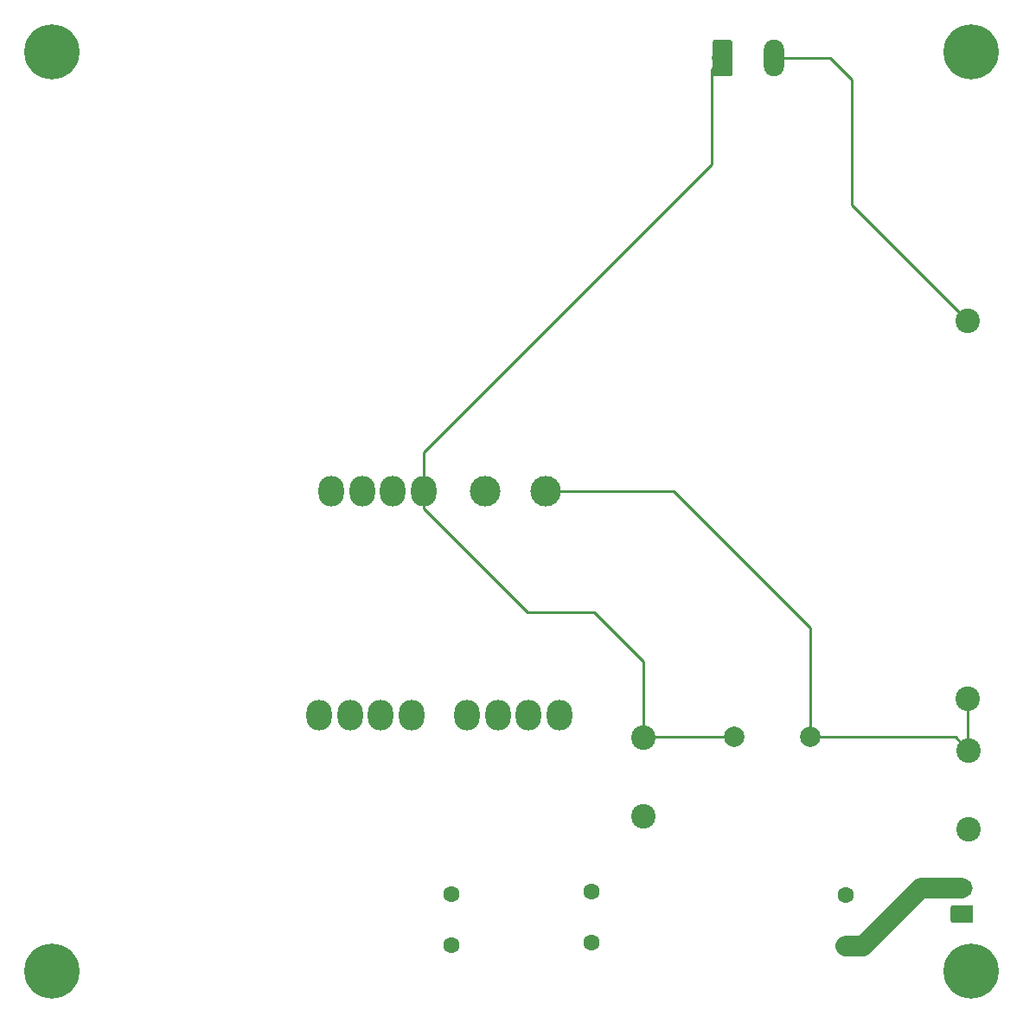
<source format=gbr>
G04 #@! TF.GenerationSoftware,KiCad,Pcbnew,(5.1.0-1152-gc9ccd8a64)*
G04 #@! TF.CreationDate,2019-08-07T20:54:45-04:00*
G04 #@! TF.ProjectId,UPS,5550532e-6b69-4636-9164-5f7063625858,rev?*
G04 #@! TF.SameCoordinates,Original*
G04 #@! TF.FileFunction,Copper,L2,Bot*
G04 #@! TF.FilePolarity,Positive*
%FSLAX46Y46*%
G04 Gerber Fmt 4.6, Leading zero omitted, Abs format (unit mm)*
G04 Created by KiCad (PCBNEW (5.1.0-1152-gc9ccd8a64)) date 2019-08-07 20:54:45*
%MOMM*%
%LPD*%
G04 APERTURE LIST*
%ADD10O,2.000000X3.600000*%
%ADD11C,0.100000*%
%ADD12C,2.000000*%
%ADD13C,2.400000*%
%ADD14C,1.600000*%
%ADD15O,2.200000X1.740000*%
%ADD16C,1.740000*%
%ADD17O,2.500000X3.000000*%
%ADD18C,3.000000*%
%ADD19C,0.800000*%
%ADD20C,5.400000*%
%ADD21C,2.000000*%
%ADD22C,0.250000*%
G04 APERTURE END LIST*
D10*
X75650000Y-5600000D03*
D11*
G36*
X71495671Y-3819030D02*
G01*
X71576777Y-3873223D01*
X71630970Y-3954329D01*
X71650000Y-4050000D01*
X71650000Y-7150000D01*
X71630970Y-7245671D01*
X71576777Y-7326777D01*
X71495671Y-7380970D01*
X71400000Y-7400000D01*
X69900000Y-7400000D01*
X69804329Y-7380970D01*
X69723223Y-7326777D01*
X69669030Y-7245671D01*
X69650000Y-7150000D01*
X69650000Y-4050000D01*
X69669030Y-3954329D01*
X69723223Y-3873223D01*
X69804329Y-3819030D01*
X69900000Y-3800000D01*
X71400000Y-3800000D01*
X71495671Y-3819030D01*
X71495671Y-3819030D01*
G37*
D12*
X70650000Y-5600000D03*
X71773400Y-72085200D03*
X79273400Y-72085200D03*
D13*
X94640400Y-68351400D03*
X94640400Y-31351400D03*
X94767400Y-73403000D03*
X94767400Y-81153000D03*
X62890400Y-72133000D03*
X62890400Y-79883000D03*
D14*
X57785000Y-92249000D03*
X57785000Y-87249000D03*
X82702400Y-92528400D03*
X82702400Y-87528400D03*
X44094400Y-92452200D03*
X44094400Y-87452200D03*
D15*
X94100000Y-86860000D03*
D11*
G36*
X95045671Y-88549030D02*
G01*
X95126777Y-88603223D01*
X95180970Y-88684329D01*
X95200000Y-88779999D01*
X95200000Y-90020001D01*
X95180970Y-90115671D01*
X95126777Y-90196777D01*
X95045671Y-90250970D01*
X94950001Y-90270000D01*
X93249999Y-90270000D01*
X93154329Y-90250970D01*
X93073223Y-90196777D01*
X93019030Y-90115671D01*
X93000000Y-90020001D01*
X93000000Y-88779999D01*
X93019030Y-88684329D01*
X93073223Y-88603223D01*
X93154329Y-88549030D01*
X93249999Y-88530000D01*
X94950001Y-88530000D01*
X95045671Y-88549030D01*
X95045671Y-88549030D01*
G37*
D16*
X94100000Y-89400000D03*
D17*
X54676000Y-69978800D03*
X34176000Y-69978800D03*
X37176000Y-69978800D03*
X40176000Y-69978800D03*
X45676000Y-69978800D03*
X48676000Y-69978800D03*
X31176000Y-69978800D03*
X35376000Y-47978800D03*
X38376000Y-47978800D03*
X32376000Y-47978800D03*
X41376000Y-47978800D03*
D18*
X47376000Y-47978800D03*
X53376000Y-47978800D03*
D17*
X51676000Y-69978800D03*
D19*
X6431891Y-3568109D03*
X5000000Y-2975000D03*
X3568109Y-3568109D03*
X2975000Y-5000000D03*
X3568109Y-6431891D03*
X5000000Y-7025000D03*
X6431891Y-6431891D03*
X7025000Y-5000000D03*
D20*
X5000000Y-5000000D03*
X5000000Y-95000000D03*
D19*
X7025000Y-95000000D03*
X6431891Y-96431891D03*
X5000000Y-97025000D03*
X3568109Y-96431891D03*
X2975000Y-95000000D03*
X3568109Y-93568109D03*
X5000000Y-92975000D03*
X6431891Y-93568109D03*
X96431891Y-3568109D03*
X95000000Y-2975000D03*
X93568109Y-3568109D03*
X92975000Y-5000000D03*
X93568109Y-6431891D03*
X95000000Y-7025000D03*
X96431891Y-6431891D03*
X97025000Y-5000000D03*
D20*
X95000000Y-5000000D03*
X95000000Y-95000000D03*
D19*
X97025000Y-95000000D03*
X96431891Y-96431891D03*
X95000000Y-97025000D03*
X93568109Y-96431891D03*
X92975000Y-95000000D03*
X93568109Y-93568109D03*
X95000000Y-92975000D03*
X96431891Y-93568109D03*
D21*
X84433400Y-92528400D02*
X90101800Y-86860000D01*
X82702400Y-92528400D02*
X84433400Y-92528400D01*
X90101800Y-86860000D02*
X94100000Y-86860000D01*
D22*
X94640400Y-73276000D02*
X94767400Y-73403000D01*
X94640400Y-68351400D02*
X94640400Y-73276000D01*
X41376000Y-47728800D02*
X41376000Y-47978800D01*
X51540400Y-59893200D02*
X58089800Y-59893200D01*
X41376000Y-47978800D02*
X41376000Y-49728800D01*
X41376000Y-49728800D02*
X51540400Y-59893200D01*
X93449600Y-72085200D02*
X94767400Y-73403000D01*
X79273400Y-72085200D02*
X93449600Y-72085200D01*
X62938200Y-72085200D02*
X62890400Y-72133000D01*
X71773400Y-72085200D02*
X62938200Y-72085200D01*
X62890400Y-64693800D02*
X58089800Y-59893200D01*
X62890400Y-72133000D02*
X62890400Y-64693800D01*
X65860400Y-47978800D02*
X53376000Y-47978800D01*
X79273400Y-72085200D02*
X79273400Y-61391800D01*
X79273400Y-61391800D02*
X65860400Y-47978800D01*
X41376000Y-47978800D02*
X41376000Y-44226600D01*
X81190400Y-5600000D02*
X75650000Y-5600000D01*
X83282800Y-7692400D02*
X81190400Y-5600000D01*
X94640400Y-31351400D02*
X83282800Y-19993800D01*
X83282800Y-19993800D02*
X83282800Y-7692400D01*
X69579290Y-16023310D02*
X69026800Y-16575800D01*
X69579290Y-6670710D02*
X69579290Y-16023310D01*
X70650000Y-5600000D02*
X69579290Y-6670710D01*
X41376000Y-44226600D02*
X69026800Y-16575800D01*
M02*

</source>
